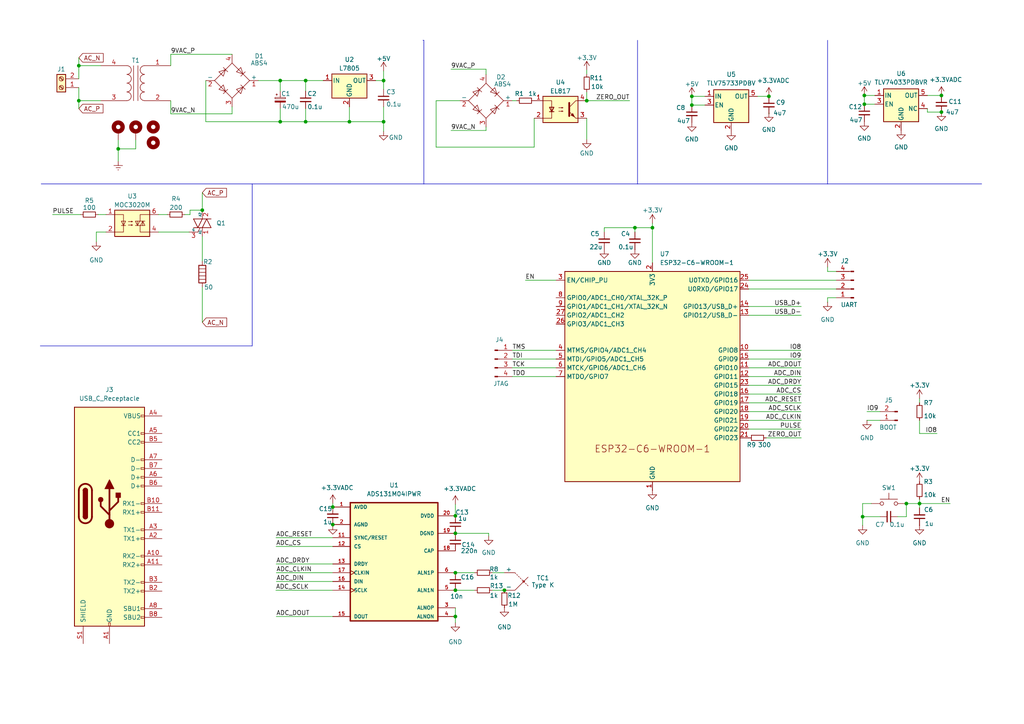
<source format=kicad_sch>
(kicad_sch (version 20250114) (generator "eeschema") (generator_version "9.0")
  (paper "A4")
  (lib_symbols
    (symbol "ADS131M04IPWR:ADS131M04IPWR" (pin_names (offset 1.016))
      (property "Reference" "U1" (at 0 39.37 0))
      (property "Value" "ADS131M04IPWR" (at 0 36.83 0))
      (symbol "ADS131M04IPWR_0_0"
        (pin power_in line (at -17.78 33.02 0) (length 5.08) (name "AVDD") (number "1"))
        (pin power_in line (at -17.78 27.94 0) (length 5.08) (name "AGND") (number "2"))
        (pin bidirectional line (at -17.78 24.13 0) (length 5.08) (name "SYNC/RESET") (number "11"))
        (pin bidirectional line (at -17.78 21.59 0) (length 5.08) (name "CS") (number "12"))
        (pin bidirectional line (at -17.78 16.51 0) (length 5.08) (name "DRDY") (number "13"))
        (pin input clock (at -17.78 13.97 0) (length 5.08) (name "CLKIN") (number "17"))
        (pin input line (at -17.78 11.43 0) (length 5.08) (name "DIN") (number "16"))
        (pin input clock (at -17.78 8.89 0) (length 5.08) (name "SCLK") (number "14"))
        (pin output line (at -17.78 1.27 0) (length 5.08) (name "DOUT") (number "15"))
        (pin power_in line (at 17.78 30.48 180) (length 5.08) (name "DVDD") (number "20"))
        (pin power_in line (at 17.78 25.4 180) (length 5.08) (name "DGND") (number "19"))
        (pin bidirectional line (at 17.78 20.32 180) (length 5.08) (name "CAP") (number "18"))
        (pin bidirectional line (at 17.78 13.97 180) (length 5.08) (name "ALN1P") (number "6"))
        (pin bidirectional line (at 17.78 8.89 180) (length 5.08) (name "ALN1N") (number "5"))
        (pin bidirectional line (at 17.78 3.81 180) (length 5.08) (name "ALNOP") (number "3"))
        (pin bidirectional line (at 17.78 1.27 180) (length 5.08) (name "ALNON") (number "4"))
      )
    )
    (symbol "Connector:Conn_01x02_Pin" (pin_names (offset 1.016) (hide yes))
      (property "Reference" "J" (at 0 2.54 0))
      (property "Value" "Conn_01x02_Pin" (at 0 -5.08 0))
      (symbol "Conn_01x02_Pin_1_1"
        (pin passive line (at 5.08 0 180) (length 3.81) (name "Pin_1") (number "1"))
        (pin passive line (at 5.08 -2.54 180) (length 3.81) (name "Pin_2") (number "2"))
      )
    )
    (symbol "Connector:Conn_01x04_Pin" (pin_names (offset 1.016) (hide yes))
      (property "Reference" "J" (at 0 5.08 0))
      (property "Value" "Conn_01x04_Pin" (at 0 -7.62 0))
      (symbol "Conn_01x04_Pin_1_1"
        (pin passive line (at 5.08 2.54 180) (length 3.81) (name "Pin_1") (number "1"))
        (pin passive line (at 5.08 0 180) (length 3.81) (name "Pin_2") (number "2"))
        (pin passive line (at 5.08 -2.54 180) (length 3.81) (name "Pin_3") (number "3"))
        (pin passive line (at 5.08 -5.08 180) (length 3.81) (name "Pin_4") (number "4"))
      )
    )
    (symbol "Connector:Screw_Terminal_01x02" (pin_names (offset 1.016) (hide yes))
      (property "Reference" "J" (at 0 2.54 0))
      (property "Value" "Screw_Terminal_01x02" (at 0 -5.08 0))
      (symbol "Screw_Terminal_01x02_1_1"
        (pin passive line (at -5.08 0 0) (length 3.81) (name "Pin_1") (number "1"))
        (pin passive line (at -5.08 -2.54 0) (length 3.81) (name "Pin_2") (number "2"))
      )
    )
    (symbol "Connector:USB_C_Receptacle" (pin_names (offset 1.016))
      (property "Reference" "J" (at -10.16 29.21 0))
      (property "Value" "USB_C_Receptacle" (at 10.16 29.21 0))
      (symbol "USB_C_Receptacle_1_1"
        (pin passive line (at -7.62 -40.64 90) (length 5.08) (name "SHIELD") (number "S1"))
        (pin passive line (at 0 -40.64 90) (length 5.08) (name "GND") (number "A1"))
        (pin passive line (at 0 -40.64 90) (length 5.08) (hide yes) (name "GND") (number "A12"))
        (pin passive line (at 0 -40.64 90) (length 5.08) (hide yes) (name "GND") (number "B1"))
        (pin passive line (at 0 -40.64 90) (length 5.08) (hide yes) (name "GND") (number "B12"))
        (pin passive line (at 15.24 25.4 180) (length 5.08) (name "VBUS") (number "A4"))
        (pin passive line (at 15.24 25.4 180) (length 5.08) (hide yes) (name "VBUS") (number "A9"))
        (pin passive line (at 15.24 25.4 180) (length 5.08) (hide yes) (name "VBUS") (number "B4"))
        (pin passive line (at 15.24 25.4 180) (length 5.08) (hide yes) (name "VBUS") (number "B9"))
        (pin bidirectional line (at 15.24 20.32 180) (length 5.08) (name "CC1") (number "A5"))
        (pin bidirectional line (at 15.24 17.78 180) (length 5.08) (name "CC2") (number "B5"))
        (pin bidirectional line (at 15.24 12.7 180) (length 5.08) (name "D-") (number "A7"))
        (pin bidirectional line (at 15.24 10.16 180) (length 5.08) (name "D-") (number "B7"))
        (pin bidirectional line (at 15.24 7.62 180) (length 5.08) (name "D+") (number "A6"))
        (pin bidirectional line (at 15.24 5.08 180) (length 5.08) (name "D+") (number "B6"))
        (pin bidirectional line (at 15.24 0 180) (length 5.08) (name "RX1-") (number "B10"))
        (pin bidirectional line (at 15.24 -2.54 180) (length 5.08) (name "RX1+") (number "B11"))
        (pin bidirectional line (at 15.24 -7.62 180) (length 5.08) (name "TX1-") (number "A3"))
        (pin bidirectional line (at 15.24 -10.16 180) (length 5.08) (name "TX1+") (number "A2"))
        (pin bidirectional line (at 15.24 -15.24 180) (length 5.08) (name "RX2-") (number "A10"))
        (pin bidirectional line (at 15.24 -17.78 180) (length 5.08) (name "RX2+") (number "A11"))
        (pin bidirectional line (at 15.24 -22.86 180) (length 5.08) (name "TX2-") (number "B3"))
        (pin bidirectional line (at 15.24 -25.4 180) (length 5.08) (name "TX2+") (number "B2"))
        (pin bidirectional line (at 15.24 -30.48 180) (length 5.08) (name "SBU1") (number "A8"))
        (pin bidirectional line (at 15.24 -33.02 180) (length 5.08) (name "SBU2") (number "B8"))
      )
    )
    (symbol "Device:C_Polarized_Small" (pin_numbers (hide yes)) (pin_names (offset 0.254) (hide yes))
      (property "Reference" "C" (at 0.254 1.778 0))
      (property "Value" "C_Polarized_Small" (at 0.254 -2.032 0))
      (symbol "C_Polarized_Small_1_1"
        (pin passive line (at 0 2.54 270) (length 1.8542) (name "~") (number "1"))
        (pin passive line (at 0 -2.54 90) (length 1.8542) (name "~") (number "2"))
      )
    )
    (symbol "Device:C_Small" (pin_numbers (hide yes)) (pin_names (offset 0.254) (hide yes))
      (property "Reference" "C" (at 0.254 1.778 0))
      (property "Value" "C_Small" (at 0.254 -2.032 0))
      (symbol "C_Small_1_1"
        (pin passive line (at 0 2.54 270) (length 2.032) (name "~") (number "1"))
        (pin passive line (at 0 -2.54 90) (length 2.032) (name "~") (number "2"))
      )
    )
    (symbol "Device:Heater" (pin_numbers (hide yes)) (pin_names (offset 0))
      (property "Reference" "R" (at 2.032 0 90))
      (property "Value" "Heater" (at -2.032 0 90))
      (symbol "Heater_1_1"
        (pin passive line (at 0 3.81 270) (length 1.27) (name "~") (number "1"))
        (pin passive line (at 0 -3.81 90) (length 1.27) (name "~") (number "2"))
      )
    )
    (symbol "Device:R_Small" (pin_numbers (hide yes)) (pin_names (offset 0.254) (hide yes))
      (property "Reference" "R" (at 0.762 0.508 0))
      (property "Value" "R_Small" (at 0.762 -1.016 0))
      (symbol "R_Small_1_1"
        (pin passive line (at 0 2.54 270) (length 0.762) (name "~") (number "1"))
        (pin passive line (at 0 -2.54 90) (length 0.762) (name "~") (number "2"))
      )
    )
    (symbol "Device:Thermocouple" (pin_numbers (hide yes)) (pin_names (offset 0))
      (property "Reference" "TC" (at -3.048 3.81 0))
      (property "Value" "Thermocouple" (at -5.08 -4.064 0))
      (symbol "Thermocouple_1_1"
        (pin passive line (at 2.54 2.54 180) (length 2.54) (name "+") (number "1"))
        (pin passive line (at 2.54 -2.54 180) (length 2.54) (name "-") (number "2"))
      )
    )
    (symbol "Device:Transformer_1P_1S" (pin_names (offset 1.016) (hide yes))
      (property "Reference" "T" (at 0 6.35 0))
      (property "Value" "Transformer_1P_1S" (at 0 -7.62 0))
      (symbol "Transformer_1P_1S_1_1"
        (pin passive line (at -10.16 5.08 0) (length 7.62) (name "AA") (number "1"))
        (pin passive line (at -10.16 -5.08 0) (length 7.62) (name "AB") (number "2"))
        (pin passive line (at 10.16 5.08 180) (length 7.62) (name "SB") (number "4"))
        (pin passive line (at 10.16 -5.08 180) (length 7.62) (name "SA") (number "3"))
      )
    )
    (symbol "Diode_Bridge:ABS4" (pin_names (offset 0))
      (property "Reference" "D" (at 2.54 6.985 0))
      (property "Value" "ABS4" (at 2.54 5.08 0))
      (symbol "ABS4_1_1"
        (pin passive line (at -7.62 0 0) (length 2.54) (name "-") (number "2"))
        (pin passive line (at 0 7.62 270) (length 2.54) (name "~") (number "4"))
        (pin passive line (at 0 -7.62 90) (length 2.54) (name "~") (number "3"))
        (pin passive line (at 7.62 0 180) (length 2.54) (name "+") (number "1"))
      )
    )
    (symbol "Espressif:ESP32-C6-WROOM-1"
      (property "Reference" "U" (at -25.4 35.56 0))
      (property "Value" "ESP32-C6-WROOM-1" (at -25.4 33.02 0))
      (symbol "ESP32-C6-WROOM-1_0_0"
        (text "ESP32-C6-WROOM-1" (at 0 -20.955 0) (effects (font (size 2 2))))
      )
      (symbol "ESP32-C6-WROOM-1_1_1"
        (pin input line (at -27.94 27.94 0) (length 2.54) (name "EN/CHIP_PU") (number "3"))
        (pin bidirectional line (at -27.94 22.86 0) (length 2.54) (name "GPIO0/ADC1_CH0/XTAL_32K_P") (number "8"))
        (pin bidirectional line (at -27.94 20.32 0) (length 2.54) (name "GPIO1/ADC1_CH1/XTAL_32K_N") (number "9"))
        (pin bidirectional line (at -27.94 17.78 0) (length 2.54) (name "GPIO2/ADC1_CH2") (number "27"))
        (pin bidirectional line (at -27.94 15.24 0) (length 2.54) (name "GPIO3/ADC1_CH3") (number "26"))
        (pin bidirectional line (at -27.94 7.62 0) (length 2.54) (name "MTMS/GPIO4/ADC1_CH4") (number "4"))
        (pin bidirectional line (at -27.94 5.08 0) (length 2.54) (name "MTDI/GPIO5/ADC1_CH5") (number "5"))
        (pin bidirectional line (at -27.94 2.54 0) (length 2.54) (name "MTCK/GPIO6/ADC1_CH6") (number "6"))
        (pin bidirectional line (at -27.94 0 0) (length 2.54) (name "MTDO/GPIO7") (number "7"))
        (pin no_connect line (at -25.4 -12.7 0) (length 2.54) (hide yes) (name "NC") (number "22"))
        (pin power_in line (at 0 33.02 270) (length 2.54) (name "3V3") (number "2"))
        (pin power_in line (at 0 -33.02 90) (length 2.54) (name "GND") (number "1"))
        (pin passive line (at 0 -33.02 90) (length 2.54) (hide yes) (name "GND") (number "28"))
        (pin passive line (at 0 -33.02 90) (length 2.54) (hide yes) (name "GND") (number "29"))
        (pin bidirectional line (at 27.94 27.94 180) (length 2.54) (name "U0TXD/GPIO16") (number "25"))
        (pin bidirectional line (at 27.94 25.4 180) (length 2.54) (name "U0RXD/GPIO17") (number "24"))
        (pin bidirectional line (at 27.94 20.32 180) (length 2.54) (name "GPIO13/USB_D+") (number "14"))
        (pin bidirectional line (at 27.94 17.78 180) (length 2.54) (name "GPIO12/USB_D-") (number "13"))
        (pin bidirectional line (at 27.94 7.62 180) (length 2.54) (name "GPIO8") (number "10"))
        (pin bidirectional line (at 27.94 5.08 180) (length 2.54) (name "GPIO9") (number "15"))
        (pin bidirectional line (at 27.94 2.54 180) (length 2.54) (name "GPIO10") (number "11"))
        (pin bidirectional line (at 27.94 0 180) (length 2.54) (name "GPIO11") (number "12"))
        (pin bidirectional line (at 27.94 -2.54 180) (length 2.54) (name "GPIO15") (number "23"))
        (pin bidirectional line (at 27.94 -5.08 180) (length 2.54) (name "GPIO18") (number "16"))
        (pin bidirectional line (at 27.94 -7.62 180) (length 2.54) (name "GPIO19") (number "17"))
        (pin bidirectional line (at 27.94 -10.16 180) (length 2.54) (name "GPIO20") (number "18"))
        (pin bidirectional line (at 27.94 -12.7 180) (length 2.54) (name "GPIO21") (number "19"))
        (pin bidirectional line (at 27.94 -15.24 180) (length 2.54) (name "GPIO22") (number "20"))
        (pin bidirectional line (at 27.94 -17.78 180) (length 2.54) (name "GPIO23") (number "21"))
      )
    )
    (symbol "GND_1" (power) (pin_numbers (hide yes)) (pin_names (offset 0) (hide yes))
      (property "Value" "GND" (at 0 -3.81 0))
      (symbol "GND_1_1_1"
        (pin power_in line (at 0 0 270) (length 0) (name "~") (number "1"))
      )
    )
    (symbol "GND_2" (power) (pin_numbers (hide yes)) (pin_names (offset 0) (hide yes))
      (property "Value" "GND" (at 0 -3.81 0))
      (symbol "GND_2_1_1"
        (pin power_in line (at 0 0 270) (length 0) (name "~") (number "1"))
      )
    )
    (symbol "Isolator:EL817" (pin_names (offset 1.016))
      (property "Reference" "U" (at -5.08 5.08 0))
      (property "Value" "EL817" (at 0 5.08 0))
      (symbol "EL817_1_1"
        (pin passive line (at -7.62 2.54 0) (length 2.54) (name "~") (number "1"))
        (pin passive line (at -7.62 -2.54 0) (length 2.54) (name "~") (number "2"))
        (pin passive line (at 7.62 2.54 180) (length 2.54) (name "~") (number "4"))
        (pin passive line (at 7.62 -2.54 180) (length 2.54) (name "~") (number "3"))
      )
    )
    (symbol "Mechanical:MountingHole" (pin_names (offset 1.016))
      (property "Reference" "H" (at 0 5.08 0))
      (property "Value" "MountingHole" (at 0 3.175 0))
    )
    (symbol "Mechanical:MountingHole_Pad" (pin_numbers (hide yes)) (pin_names (offset 1.016) (hide yes))
      (property "Reference" "H" (at 0 6.35 0))
      (property "Value" "MountingHole_Pad" (at 0 4.445 0))
      (symbol "MountingHole_Pad_1_1"
        (pin input line (at 0 -2.54 90) (length 2.54) (name "1") (number "1"))
      )
    )
    (symbol "Regulator_Linear:L7805" (pin_names (offset 0.254))
      (property "Reference" "U" (at -3.81 3.175 0))
      (property "Value" "L7805" (at 0 3.175 0))
      (symbol "L7805_1_1"
        (pin power_in line (at -7.62 0 0) (length 2.54) (name "IN") (number "1"))
        (pin power_in line (at 0 -7.62 90) (length 2.54) (name "GND") (number "2"))
        (pin power_out line (at 7.62 0 180) (length 2.54) (name "OUT") (number "3"))
      )
    )
    (symbol "Regulator_Linear:TLV75533PDBV" (pin_names (offset 0.254))
      (property "Reference" "U6" (at 0 8.89 0))
      (property "Value" "TLV74033PDBVR" (at 0 6.35 0))
      (symbol "TLV75533PDBV_1_1"
        (pin power_in line (at -7.62 2.54 0) (length 2.54) (name "IN") (number "1"))
        (pin input line (at -7.62 0 0) (length 2.54) (name "EN") (number "3"))
        (pin power_in line (at 0 -7.62 90) (length 2.54) (name "GND") (number "2"))
        (pin no_connect line (at 5.08 0 180) (length 2.54) (hide yes) (name "NC") (number "4"))
        (pin power_out line (at 7.62 2.54 180) (length 2.54) (name "OUT") (number "5"))
        (pin input line (at 7.62 -1.27 180) (length 2.54) (name "NC") (number "4"))
      )
    )
    (symbol "Regulator_Linear:TLV75733PDBV" (pin_names (offset 0.254))
      (property "Reference" "U" (at -3.81 5.715 0))
      (property "Value" "TLV75733PDBV" (at 0 5.715 0))
      (symbol "TLV75733PDBV_1_1"
        (pin power_in line (at -7.62 2.54 0) (length 2.54) (name "IN") (number "1"))
        (pin input line (at -7.62 0 0) (length 2.54) (name "EN") (number "3"))
        (pin power_in line (at 0 -7.62 90) (length 2.54) (name "GND") (number "2"))
        (pin no_connect line (at 5.08 0 180) (length 2.54) (hide yes) (name "NC") (number "4"))
        (pin power_out line (at 7.62 2.54 180) (length 2.54) (name "OUT") (number "5"))
      )
    )
    (symbol "Relay_SolidState:MOC3020M"
      (property "Reference" "U" (at -5.334 4.826 0))
      (property "Value" "MOC3020M" (at 0 5.08 0))
      (symbol "MOC3020M_1_1"
        (pin passive line (at -7.62 2.54 0) (length 2.54) (name "~") (number "1"))
        (pin passive line (at -7.62 -2.54 0) (length 2.54) (name "~") (number "2"))
        (pin no_connect line (at -5.08 0 0) (length 2.54) (hide yes) (name "NC") (number "3"))
        (pin no_connect line (at 5.08 0 180) (length 2.54) (hide yes) (name "NC") (number "5"))
        (pin passive line (at 7.62 2.54 180) (length 2.54) (name "~") (number "6"))
        (pin passive line (at 7.62 -2.54 180) (length 2.54) (name "~") (number "4"))
      )
    )
    (symbol "Switch:SW_Push" (pin_numbers (hide yes)) (pin_names (offset 1.016) (hide yes))
      (property "Reference" "SW" (at 1.27 2.54 0))
      (property "Value" "SW_Push" (at 0 -1.524 0))
      (symbol "SW_Push_0_1"
        (pin passive line (at -5.08 0 0) (length 2.54) (name "1") (number "1"))
        (pin passive line (at 5.08 0 180) (length 2.54) (name "2") (number "2"))
      )
    )
    (symbol "Triac_Thyristor:BTA16-600B" (pin_names (offset 0))
      (property "Reference" "Q" (at 5.08 1.905 0))
      (property "Value" "BTA16-600B" (at 5.08 0 0))
      (symbol "BTA16-600B_1_1"
        (pin input line (at -3.81 -2.54 0) (length 2.54) (name "G") (number "3"))
        (pin passive line (at 0 3.81 270) (length 2.54) (name "A2") (number "2"))
        (pin passive line (at 0 -3.81 90) (length 2.54) (name "A1") (number "1"))
      )
    )
    (symbol "power:+3.3V" (power) (pin_names (offset 0))
      (property "Value" "+3.3V" (at 0 3.556 0))
      (symbol "+3.3V_1_1"
        (pin power_in line (at 0 0 90) (length 0) (hide yes) (name "+3.3V") (number "1"))
      )
    )
    (symbol "power:+3.3VADC" (power) (pin_names (offset 0))
      (property "Value" "+3.3VADC" (at 0 2.54 0))
      (symbol "+3.3VADC_0_0"
        (pin power_in line (at 0 0 90) (length 0) (hide yes) (name "+3.3VADC") (number "1"))
      )
    )
    (symbol "power:+5V" (power) (pin_names (offset 0))
      (property "Value" "+5V" (at 0 3.556 0))
      (symbol "+5V_1_1"
        (pin power_in line (at 0 0 90) (length 0) (hide yes) (name "+5V") (number "1"))
      )
    )
    (symbol "power:Earth" (power) (pin_names (offset 0))
      (symbol "Earth_1_1"
        (pin power_in line (at 0 0 270) (length 0) (hide yes) (name "Earth") (number "1"))
      )
    )
    (symbol "power:GND" (power) (pin_names (offset 0))
      (property "Value" "GND" (at 0 -3.81 0))
      (symbol "GND_1_1"
        (pin power_in line (at 0 0 270) (length 0) (hide yes) (name "GND") (number "1"))
      )
    )
  )
  (junction (at 132.08 178.816))
  (junction (at 200.66 30.48))
  (junction (at 146.304 171.196))
  (junction (at 250.698 27.686))
  (junction (at 132.08 154.686))
  (junction (at 111.252 23.368))
  (junction (at 132.08 166.116))
  (junction (at 81.28 23.368))
  (junction (at 96.52 152.146))
  (junction (at 96.52 147.066))
  (junction (at 132.08 171.196))
  (junction (at 132.08 149.606))
  (junction (at 200.66 27.94))
  (junction (at 250.19 149.86))
  (junction (at 111.252 35.306))
  (junction (at 189.23 66.04))
  (junction (at 88.646 23.368))
  (junction (at 184.15 66.04))
  (junction (at 58.674 60.96))
  (junction (at 22.86 29.21))
  (junction (at 81.28 35.306))
  (junction (at 170.18 29.21))
  (junction (at 273.05 32.512))
  (junction (at 88.646 35.306))
  (junction (at 250.698 30.226))
  (junction (at 223.012 27.94))
  (junction (at 101.346 35.306))
  (junction (at 22.86 19.05))
  (junction (at 34.29 43.18))
  (junction (at 273.05 27.686))
  (junction (at 266.7 146.05))
  (junction (at 262.89 146.05))
  (wire (pts (xy 88.646 35.306) (xy 101.346 35.306)))
  (wire (pts (xy 132.08 171.196) (xy 137.668 171.196)))
  (wire (pts (xy 111.252 23.368) (xy 111.252 25.908)))
  (wire (pts (xy 88.646 26.416) (xy 88.646 23.368)))
  (wire (pts (xy 184.15 66.04) (xy 184.15 67.31)))
  (wire (pts (xy 132.08 166.116) (xy 137.668 166.116)))
  (wire (pts (xy 266.7 125.73) (xy 266.7 121.92)))
  (wire (pts (xy 74.93 23.368) (xy 81.28 23.368)))
  (wire (pts (xy 96.52 152.146) (xy 96.52 152.4)))
  (wire (pts (xy 148.59 104.14) (xy 161.29 104.14)))
  (wire (pts (xy 250.698 30.226) (xy 253.746 30.226)))
  (wire (pts (xy 189.23 76.2) (xy 189.23 66.04)))
  (wire (pts (xy 200.66 27.94) (xy 204.47 27.94)))
  (wire (pts (xy 55.118 60.96) (xy 58.674 60.96)))
  (wire (pts (xy 58.674 83.312) (xy 58.674 93.472)))
  (polyline (pts (xy 184.912 11.684) (xy 184.912 53.34)))
  (polyline (pts (xy 184.912 53.34) (xy 240.03 53.34)))
  (wire (pts (xy 200.66 30.48) (xy 204.47 30.48)))
  (wire (pts (xy 80.1184 178.816) (xy 96.52 178.816)))
  (wire (pts (xy 39.37 43.18) (xy 34.29 43.18)))
  (wire (pts (xy 27.94 67.31) (xy 30.734 67.31)))
  (wire (pts (xy 81.28 26.416) (xy 81.28 23.368)))
  (wire (pts (xy 273.05 27.686) (xy 268.986 27.686)))
  (wire (pts (xy 28.448 62.23) (xy 30.734 62.23)))
  (wire (pts (xy 232.41 124.46) (xy 217.17 124.46)))
  (wire (pts (xy 88.646 31.496) (xy 88.646 35.306)))
  (polyline (pts (xy 11.938 53.34) (xy 122.936 53.34)))
  (wire (pts (xy 252.73 146.05) (xy 250.19 146.05)))
  (wire (pts (xy 217.17 116.84) (xy 232.41 116.84)))
  (wire (pts (xy 142.748 166.116) (xy 146.304 166.116)))
  (wire (pts (xy 266.7 146.05) (xy 275.59 146.05)))
  (wire (pts (xy 81.412 171.1973) (xy 81.412 171.196)))
  (wire (pts (xy 80.0102 171.1973) (xy 81.412 171.1973)))
  (wire (pts (xy 170.18 34.29) (xy 170.18 40.386)))
  (wire (pts (xy 175.26 66.04) (xy 184.15 66.04)))
  (polyline (pts (xy 11.684 100.33) (xy 73.152 100.33)))
  (wire (pts (xy 22.86 29.21) (xy 29.21 29.21)))
  (wire (pts (xy 260.35 149.86) (xy 262.89 149.86)))
  (wire (pts (xy 200.66 27.94) (xy 200.66 30.48)))
  (wire (pts (xy 250.19 146.05) (xy 250.19 149.86)))
  (wire (pts (xy 217.17 83.82) (xy 242.57 83.82)))
  (wire (pts (xy 81.28 31.496) (xy 81.28 35.306)))
  (wire (pts (xy 251.46 121.92) (xy 255.27 121.92)))
  (wire (pts (xy 217.17 81.28) (xy 242.57 81.28)))
  (wire (pts (xy 81.412 171.196) (xy 96.52 171.196)))
  (wire (pts (xy 217.17 114.3) (xy 232.41 114.3)))
  (wire (pts (xy 15.24 62.23) (xy 23.368 62.23)))
  (wire (pts (xy 130.81 37.846) (xy 140.97 37.846)))
  (wire (pts (xy 148.59 101.6) (xy 161.29 101.6)))
  (wire (pts (xy 88.646 23.368) (xy 93.726 23.368)))
  (wire (pts (xy 250.19 152.4) (xy 250.19 149.86)))
  (wire (pts (xy 152.4 81.28) (xy 161.29 81.28)))
  (wire (pts (xy 132.08 146.304) (xy 132.08 149.606)))
  (wire (pts (xy 217.17 119.38) (xy 232.41 119.38)))
  (wire (pts (xy 217.17 101.6) (xy 232.41 101.6)))
  (wire (pts (xy 189.23 64.77) (xy 189.23 66.04)))
  (wire (pts (xy 45.974 67.31) (xy 54.864 67.31)))
  (wire (pts (xy 39.37 40.64) (xy 39.37 43.18)))
  (wire (pts (xy 170.18 20.32) (xy 170.18 21.59)))
  (wire (pts (xy 101.346 30.988) (xy 101.346 35.306)))
  (wire (pts (xy 49.53 29.21) (xy 49.53 33.02)))
  (wire (pts (xy 170.18 26.67) (xy 170.18 29.21)))
  (wire (pts (xy 217.17 111.76) (xy 232.41 111.76)))
  (wire (pts (xy 49.53 15.748) (xy 67.31 15.748)))
  (wire (pts (xy 240.03 87.63) (xy 240.03 86.36)))
  (wire (pts (xy 250.698 27.686) (xy 250.698 30.226)))
  (wire (pts (xy 142.748 171.196) (xy 146.304 171.196)))
  (wire (pts (xy 140.97 20.066) (xy 140.97 21.59)))
  (wire (pts (xy 148.59 106.68) (xy 161.29 106.68)))
  (polyline (pts (xy 73.152 100.33) (xy 73.152 53.34)))
  (wire (pts (xy 266.7 116.84) (xy 266.7 115.57)))
  (wire (pts (xy 273.05 32.512) (xy 273.05 32.766)))
  (wire (pts (xy 58.674 68.58) (xy 58.674 75.692)))
  (polyline (pts (xy 240.03 53.34) (xy 284.734 53.34)))
  (wire (pts (xy 111.252 20.574) (xy 111.252 23.368)))
  (polyline (pts (xy 240.03 11.684) (xy 240.03 53.34)))
  (wire (pts (xy 126.492 29.21) (xy 126.492 42.672)))
  (wire (pts (xy 88.646 23.368) (xy 81.28 23.368)))
  (wire (pts (xy 48.514 62.23) (xy 45.974 62.23)))
  (wire (pts (xy 59.69 23.368) (xy 59.69 35.306)))
  (wire (pts (xy 268.986 32.512) (xy 273.05 32.512)))
  (wire (pts (xy 58.674 55.88) (xy 58.674 60.96)))
  (wire (pts (xy 59.69 35.306) (xy 81.28 35.306)))
  (wire (pts (xy 22.86 31.496) (xy 22.86 29.21)))
  (wire (pts (xy 141.732 155.448) (xy 141.732 154.686)))
  (wire (pts (xy 80.0943 163.576) (xy 96.52 163.576)))
  (wire (pts (xy 148.59 29.21) (xy 149.86 29.21)))
  (wire (pts (xy 240.03 77.47) (xy 240.03 78.74)))
  (wire (pts (xy 126.492 42.672) (xy 154.94 42.672)))
  (wire (pts (xy 80.1468 168.656) (xy 96.52 168.656)))
  (wire (pts (xy 266.7 146.05) (xy 266.7 147.32)))
  (wire (pts (xy 266.7 144.78) (xy 266.7 146.05)))
  (wire (pts (xy 148.59 109.22) (xy 161.29 109.22)))
  (wire (pts (xy 34.29 40.64) (xy 34.29 43.18)))
  (wire (pts (xy 111.252 30.988) (xy 111.252 35.306)))
  (wire (pts (xy 133.35 29.21) (xy 126.492 29.21)))
  (wire (pts (xy 141.732 154.686) (xy 132.08 154.686)))
  (polyline (pts (xy 122.936 53.34) (xy 184.912 53.34)))
  (wire (pts (xy 217.17 106.68) (xy 232.41 106.68)))
  (wire (pts (xy 240.03 86.36) (xy 242.57 86.36)))
  (wire (pts (xy 217.17 121.92) (xy 232.41 121.92)))
  (wire (pts (xy 111.252 35.306) (xy 111.252 38.1)))
  (wire (pts (xy 217.17 88.9) (xy 232.41 88.9)))
  (wire (pts (xy 22.86 19.05) (xy 29.21 19.05)))
  (wire (pts (xy 271.78 125.73) (xy 266.7 125.73)))
  (wire (pts (xy 53.594 62.23) (xy 55.118 62.23)))
  (wire (pts (xy 22.86 19.05) (xy 22.86 16.764)))
  (wire (pts (xy 80.0504 155.956) (xy 96.52 155.956)))
  (wire (pts (xy 222.25 127) (xy 232.41 127)))
  (wire (pts (xy 34.29 43.18) (xy 34.29 46.736)))
  (wire (pts (xy 22.86 25.4) (xy 22.86 29.21)))
  (wire (pts (xy 132.08 180.594) (xy 132.08 178.816)))
  (wire (pts (xy 262.89 146.05) (xy 266.7 146.05)))
  (wire (pts (xy 217.17 104.14) (xy 232.41 104.14)))
  (wire (pts (xy 27.94 70.104) (xy 27.94 67.31)))
  (polyline (pts (xy 122.682 11.684) (xy 122.936 11.684)))
  (wire (pts (xy 262.89 149.86) (xy 262.89 146.05)))
  (wire (pts (xy 189.23 66.04) (xy 184.15 66.04)))
  (wire (pts (xy 96.52 146.05) (xy 96.52 147.066)))
  (wire (pts (xy 55.118 62.23) (xy 55.118 60.96)))
  (wire (pts (xy 240.03 78.74) (xy 242.57 78.74)))
  (wire (pts (xy 67.31 30.988) (xy 67.31 33.02)))
  (wire (pts (xy 223.012 32.766) (xy 223.012 33.02)))
  (wire (pts (xy 130.81 20.066) (xy 140.97 20.066)))
  (wire (pts (xy 81.28 35.306) (xy 88.646 35.306)))
  (wire (pts (xy 132.08 176.276) (xy 132.08 178.816)))
  (wire (pts (xy 217.17 91.44) (xy 232.41 91.44)))
  (wire (pts (xy 175.26 67.31) (xy 175.26 66.04)))
  (wire (pts (xy 80.0721 158.496) (xy 96.52 158.496)))
  (wire (pts (xy 140.97 37.846) (xy 140.97 36.83)))
  (wire (pts (xy 170.18 29.21) (xy 182.626 29.21)))
  (wire (pts (xy 22.86 19.05) (xy 22.86 22.86)))
  (wire (pts (xy 108.966 23.368) (xy 111.252 23.368)))
  (wire (pts (xy 80.142 166.116) (xy 96.52 166.116)))
  (wire (pts (xy 250.19 149.86) (xy 255.27 149.86)))
  (wire (pts (xy 219.71 27.94) (xy 223.012 27.94)))
  (wire (pts (xy 49.53 33.02) (xy 67.31 33.02)))
  (wire (pts (xy 250.698 27.686) (xy 253.746 27.686)))
  (wire (pts (xy 111.252 35.306) (xy 101.346 35.306)))
  (wire (pts (xy 268.986 31.496) (xy 268.986 32.512)))
  (wire (pts (xy 49.53 15.748) (xy 49.53 19.05)))
  (wire (pts (xy 251.46 119.38) (xy 255.27 119.38)))
  (polyline (pts (xy 122.936 53.34) (xy 122.936 11.684)))
  (wire (pts (xy 217.17 109.22) (xy 232.41 109.22)))
  (wire (pts (xy 154.94 42.672) (xy 154.94 34.29)))
  (label "IO9" (at 232.41 104.14 180))
  (label "ZERO_OUT" (at 232.41 127 180))
  (label "IO8" (at 232.41 101.6 180))
  (label "9VAC_P" (at 130.81 20.066 0))
  (label "ADC_CS" (at 80.0721 158.496 0))
  (label "ZERO_OUT" (at 182.626 29.21 180))
  (label "TMS" (at 148.59 101.6 0))
  (label "IO8" (at 271.78 125.73 180))
  (label "ADC_CLKIN" (at 232.41 121.92 180))
  (label "IO9" (at 251.46 119.38 0))
  (label "9VAC_N" (at 130.81 37.846 0))
  (label "ADC_DOUT" (at 232.41 106.68 180))
  (label "USB_D-" (at 232.41 91.44 180))
  (label "TDI" (at 148.59 104.14 0))
  (label "9VAC_P" (at 49.53 15.748 0))
  (label "USB_D+" (at 232.41 88.9 180))
  (label "ADC_SCLK" (at 232.41 119.38 180))
  (label "ADC_RESET" (at 80.0504 155.956 0))
  (label "9VAC_N" (at 49.53 33.02 0))
  (label "ADC_DOUT" (at 80.1184 178.816 0))
  (label "ADC_DRDY" (at 80.0943 163.576 0))
  (label "ADC_DIN" (at 232.41 109.22 180))
  (label "ADC_RESET" (at 232.41 116.84 180))
  (label "ADC_SCLK" (at 80.0102 171.1973 0))
  (label "PULSE" (at 15.24 62.23 0))
  (label "ADC_CLKIN" (at 80.142 166.116 0))
  (label "TCK" (at 148.59 106.68 0))
  (label "ADC_DRDY" (at 232.41 111.76 180))
  (label "PULSE" (at 232.41 124.46 180))
  (label "EN" (at 275.59 146.05 180))
  (label "TDO" (at 148.59 109.22 0))
  (label "ADC_DIN" (at 80.1468 168.656 0))
  (label "ADC_CS" (at 232.41 114.3 180))
  (label "EN" (at 152.4 81.28 0))
  (global_label "AC_N" (shape input) (at 58.674 93.472 0) (property "Intersheetrefs" "${INTERSHEET_REFS}" (effects (hide yes))))
  (global_label "AC_P" (shape input) (at 22.86 31.496 0) (property "Intersheetrefs" "${INTERSHEET_REFS}" (effects (hide yes))))
  (global_label "AC_P" (shape input) (at 58.674 55.88 0) (property "Intersheetrefs" "${INTERSHEET_REFS}" (effects (hide yes))))
  (global_label "AC_N" (shape input) (at 22.86 16.764 0) (property "Intersheetrefs" "${INTERSHEET_REFS}" (effects (hide yes))))
  (symbol (lib_id "Mechanical:MountingHole_Pad") (at 39.37 38.1 0) (unit 1)
    (property "Reference" "H2" (effects (hide yes)))
    (property "Value" "MountingHole_Pad" (effects (hide yes)))
    (property "Footprint" "MountingHole:MountingHole_3.2mm_M3_DIN965_Pad" (effects (hide yes)))
  )
  (symbol (lib_id "Diode_Bridge:ABS4") (at 140.97 29.21 0) (unit 1)
    (property "Reference" "D2" (at 145.288 22.352 0))
    (property "Value" "ABS4" (at 145.796 24.384 0))
    (property "Footprint" "Diode_SMD:Diode_Bridge_Diotec_ABS" (effects (hide yes)))
    (property "Datasheet" "https://diotec.com/tl_files/diotec/files/pdf/datasheets/abs2.pdf" (effects (hide yes)))
  )
  (symbol (lib_id "power:+3.3VADC") (at 273.05 27.686 0) (unit 1)
    (property "Reference" "#PWR032" (effects (hide yes)))
    (property "Value" "+3.3VADC" (at 274.32 23.114 0))
  )
  (symbol (lib_id "power:+3.3VADC") (at 96.52 146.05 0) (unit 1)
    (property "Reference" "#PWR038" (effects (hide yes)))
    (property "Value" "+3.3VADC" (at 97.79 141.478 0))
  )
  (symbol (lib_name "GND_2") (lib_id "power:GND") (at 251.46 121.92 0) (unit 1)
    (property "Reference" "#PWR017" (effects (hide yes)))
    (property "Value" "GND" (at 251.46 127 0))
    (property "Description" "Power symbol creates a global label with name \"GND\" , ground" (effects (hide yes)))
  )
  (symbol (lib_id "power:GND") (at 261.366 37.846 0) (unit 1)
    (property "Reference" "#PWR030" (effects (hide yes)))
    (property "Value" "GND" (at 261.366 42.672 0))
  )
  (symbol (lib_id "Mechanical:MountingHole_Pad") (at 34.29 38.1 0) (unit 1)
    (property "Reference" "H1" (effects (hide yes)))
    (property "Value" "MountingHole_Pad" (effects (hide yes)))
    (property "Footprint" "MountingHole:MountingHole_3.2mm_M3_DIN965_Pad" (effects (hide yes)))
  )
  (symbol (lib_id "power:GND") (at 200.66 35.56 0) (unit 1)
    (property "Reference" "#PWR018" (effects (hide yes)))
    (property "Value" "GND" (at 200.66 40.386 0))
  )
  (symbol (lib_name "GND_2") (lib_id "power:GND") (at 250.19 152.4 0) (unit 1)
    (property "Reference" "#PWR015" (effects (hide yes)))
    (property "Value" "GND" (at 250.19 157.48 0))
    (property "Description" "Power symbol creates a global label with name \"GND\" , ground" (effects (hide yes)))
  )
  (symbol (lib_id "power:GND") (at 141.732 155.448 0) (unit 1)
    (property "Reference" "#PWR036" (effects (hide yes)))
    (property "Value" "GND" (at 141.732 160.274 0))
  )
  (symbol (lib_id "power:GND") (at 132.08 180.594 0) (unit 1)
    (property "Reference" "#PWR040" (effects (hide yes)))
    (property "Value" "GND" (at 132.08 186.182 0))
  )
  (symbol (lib_id "Device:C_Small") (at 223.012 30.48 0) (unit 1)
    (property "Reference" "C9" (at 225.044 29.718 0) (effects (justify left)))
    (property "Value" "4u7" (at 224.282 32.766 0) (effects (justify left)))
    (property "Footprint" "Capacitor_SMD:C_0603_1608Metric_Pad1.08x0.95mm_HandSolder" (effects (hide yes)))
  )
  (symbol (lib_id "Device:C_Small") (at 184.15 69.85 180) (unit 1)
    (property "Reference" "C4" (at 180.086 67.818 0) (effects (justify right)))
    (property "Value" "0.1u" (at 179.324 71.628 0) (effects (justify right)))
    (property "Footprint" "Capacitor_SMD:C_0603_1608Metric_Pad1.08x0.95mm_HandSolder" (effects (hide yes)))
  )
  (symbol (lib_id "Diode_Bridge:ABS4") (at 67.31 23.368 0) (unit 1)
    (property "Reference" "D1" (at 75.184 16.256 0))
    (property "Value" "ABS4" (at 75.184 18.288 0))
    (property "Footprint" "Diode_SMD:Diode_Bridge_Diotec_ABS" (effects (hide yes)))
    (property "Datasheet" "https://diotec.com/tl_files/diotec/files/pdf/datasheets/abs2.pdf" (effects (hide yes)))
  )
  (symbol (lib_id "power:GND") (at 146.304 176.276 0) (unit 1)
    (property "Reference" "#PWR026" (effects (hide yes)))
    (property "Value" "GND" (at 146.304 181.864 0))
  )
  (symbol (lib_id "power:+3.3V") (at 189.23 64.77 0) (unit 1)
    (property "Reference" "#PWR09" (effects (hide yes)))
    (property "Value" "+3.3V" (at 189.23 60.96 0))
  )
  (symbol (lib_id "Mechanical:MountingHole") (at 44.45 41.402 0) (unit 1)
    (property "Reference" "H4" (effects (hide yes)))
    (property "Value" "MountingHole" (effects (hide yes)))
    (property "Footprint" "MountingHole:MountingHole_3.2mm_M3_DIN965_Pad" (effects (hide yes)))
  )
  (symbol (lib_id "Device:R_Small") (at 266.7 142.24 180) (unit 1)
    (property "Reference" "R3" (at 269.24 139.7 0))
    (property "Value" "10k" (at 269.748 143.51 0))
    (property "Footprint" "Resistor_SMD:R_0805_2012Metric_Pad1.20x1.40mm_HandSolder" (effects (hide yes)))
  )
  (symbol (lib_id "power:GND") (at 27.94 70.104 0) (unit 1)
    (property "Reference" "#PWR08" (effects (hide yes)))
    (property "Value" "GND" (at 27.94 75.438 0))
  )
  (symbol (lib_id "Device:C_Small") (at 257.81 149.86 270) (unit 1)
    (property "Reference" "C7" (at 256.54 152.146 90) (effects (justify right)))
    (property "Value" "0.1u" (at 262.382 152.146 90) (effects (justify right)))
    (property "Footprint" "Capacitor_SMD:C_0603_1608Metric_Pad1.08x0.95mm_HandSolder" (effects (hide yes)))
  )
  (symbol (lib_id "Connector:USB_C_Receptacle") (at 31.75 146.05 0) (unit 1)
    (property "Reference" "J3" (at 31.75 113.03 0))
    (property "Value" "USB_C_Receptacle" (at 31.75 115.57 0))
    (property "Datasheet" "https://www.usb.org/sites/default/files/documents/usb_type-c.zip" (effects (hide yes)))
    (property "Description" "USB Full-Featured Type-C Receptacle connector" (effects (hide yes)))
  )
  (symbol (lib_id "Connector:Conn_01x02_Pin") (at 260.35 121.92 180) (unit 1)
    (property "Reference" "J5" (at 256.54 116.078 0) (effects (justify right)))
    (property "Value" "BOOT" (at 255.016 123.952 0) (effects (justify right)))
    (property "Description" "Generic connector, single row, 01x02, script generated" (effects (hide yes)))
  )
  (symbol (lib_id "Device:C_Polarized_Small") (at 81.28 28.956 0) (unit 1)
    (property "Reference" "C1" (at 81.534 27.178 0) (effects (justify left)))
    (property "Value" "470u" (at 81.788 30.988 0) (effects (justify left)))
    (property "Footprint" "Capacitor_THT:CP_Radial_D6.3mm_P2.50mm" (effects (hide yes)))
  )
  (symbol (lib_id "Device:R_Small") (at 266.7 119.38 180) (unit 1)
    (property "Reference" "R7" (at 269.24 116.84 0))
    (property "Value" "10k" (at 269.748 120.65 0))
    (property "Footprint" "Resistor_SMD:R_0805_2012Metric_Pad1.20x1.40mm_HandSolder" (effects (hide yes)))
  )
  (symbol (lib_id "Device:C_Small") (at 96.52 149.606 180) (unit 1)
    (property "Reference" "C15" (at 92.456 147.574 0) (effects (justify right)))
    (property "Value" "1u" (at 93.726 151.384 0) (effects (justify right)))
    (property "Footprint" "Capacitor_SMD:C_0603_1608Metric_Pad1.08x0.95mm_HandSolder" (effects (hide yes)))
  )
  (symbol (lib_id "power:+3.3VADC") (at 223.012 27.94 0) (unit 1)
    (property "Reference" "#PWR020" (effects (hide yes)))
    (property "Value" "+3.3VADC" (at 224.282 23.368 0))
  )
  (symbol (lib_id "Device:Thermocouple") (at 148.844 168.656 0) (mirror y) (unit 1)
    (property "Reference" "TC1" (at 157.48 167.64 0))
    (property "Value" "Type K" (at 157.48 169.672 0))
    (property "Footprint" "TerminalBlock_MetzConnect:TerminalBlock_MetzConnect_Type011_RT05502HBWC_1x02_P5.00mm_Horizontal" (effects (hide yes)))
  )
  (symbol (lib_id "power:GND") (at 170.18 40.386 0) (unit 1)
    (property "Reference" "#PWR03" (effects (hide yes)))
    (property "Value" "GND" (at 170.18 44.45 0))
  )
  (symbol (lib_id "Espressif:ESP32-C6-WROOM-1") (at 189.23 109.22 0) (unit 1)
    (property "Reference" "U7" (at 191.3733 73.66 0) (effects (justify left)))
    (property "Value" "ESP32-C6-WROOM-1" (at 191.3733 76.2 0) (effects (justify left)))
    (property "Footprint" "PCM_Espressif:ESP32-C6-WROOM-1" (effects (hide yes)))
    (property "Datasheet" "https://www.espressif.com/sites/default/files/documentation/esp32-c6-wroom-1_wroom-1u_datasheet_en.pdf" (effects (hide yes)))
    (property "Description" "ESP32-C6-WROOM-1/U is a module that supports 2.4 GHz Wi-Fi 6 (802.11 ax), Bluetooth® 5 (LE), Zigbee and Thread (802.15.4)" (effects (hide yes)))
  )
  (symbol (lib_id "power:+3.3V") (at 266.7 139.7 0) (unit 1)
    (property "Reference" "#PWR013" (effects (hide yes)))
    (property "Value" "+3.3V" (at 266.7 135.89 0))
  )
  (symbol (lib_name "GND_1") (lib_id "power:GND") (at 240.03 87.63 0) (unit 1)
    (property "Reference" "#PWR012" (effects (hide yes)))
    (property "Value" "GND" (at 240.03 92.71 0))
    (property "Description" "Power symbol creates a global label with name \"GND\" , ground" (effects (hide yes)))
  )
  (symbol (lib_id "power:+5V") (at 250.698 27.686 0) (unit 1)
    (property "Reference" "#PWR035" (effects (hide yes)))
    (property "Value" "+5V" (at 250.698 24.13 0))
  )
  (symbol (lib_id "Connector:Conn_01x04_Pin") (at 247.65 83.82 180) (unit 1)
    (property "Reference" "J2" (at 243.84 75.692 0) (effects (justify right)))
    (property "Value" "UART" (at 243.84 88.392 0) (effects (justify right)))
    (property "Description" "Generic connector, single row, 01x04, script generated" (effects (hide yes)))
  )
  (symbol (lib_id "Device:C_Small") (at 132.08 152.146 180) (unit 1)
    (property "Reference" "C13" (at 132.08 148.59 0) (effects (justify right)))
    (property "Value" "1u" (at 132.842 150.368 0) (effects (justify right)))
    (property "Footprint" "Capacitor_SMD:C_0603_1608Metric_Pad1.08x0.95mm_HandSolder" (effects (hide yes)))
  )
  (symbol (lib_name "GND_1") (lib_id "power:GND") (at 175.26 72.39 0) (unit 1)
    (property "Reference" "#PWR04" (effects (hide yes)))
    (property "Value" "GND" (at 175.26 76.2 0))
    (property "Description" "Power symbol creates a global label with name \"GND\" , ground" (effects (hide yes)))
  )
  (symbol (lib_id "power:GND") (at 250.698 35.306 0) (unit 1)
    (property "Reference" "#PWR034" (effects (hide yes)))
    (property "Value" "GND" (at 250.698 40.132 0))
  )
  (symbol (lib_name "GND_1") (lib_id "power:GND") (at 189.23 142.24 0) (unit 1)
    (property "Reference" "#PWR02" (effects (hide yes)))
    (property "Value" "GND" (at 189.23 147.32 0))
    (property "Description" "Power symbol creates a global label with name \"GND\" , ground" (effects (hide yes)))
  )
  (symbol (lib_id "power:GND") (at 273.05 32.512 0) (unit 1)
    (property "Reference" "#PWR033" (effects (hide yes)))
    (property "Value" "GND" (at 273.05 37.338 0))
  )
  (symbol (lib_id "Device:R_Small") (at 140.208 171.196 90) (unit 1)
    (property "Reference" "R13" (at 144.018 169.926 90))
    (property "Value" "1k" (at 143.256 172.72 90))
    (property "Footprint" "Resistor_SMD:R_0805_2012Metric_Pad1.20x1.40mm_HandSolder" (effects (hide yes)))
  )
  (symbol (lib_id "Device:R_Small") (at 152.4 29.21 270) (unit 1)
    (property "Reference" "R1" (at 150.622 27.178 90))
    (property "Value" "1k" (at 154.432 27.178 90))
    (property "Footprint" "Resistor_SMD:R_0805_2012Metric_Pad1.20x1.40mm_HandSolder" (effects (hide yes)))
  )
  (symbol (lib_id "power:+3.3V") (at 240.03 77.47 0) (unit 1)
    (property "Reference" "#PWR011" (effects (hide yes)))
    (property "Value" "+3.3V" (at 240.03 73.66 0))
  )
  (symbol (lib_id "Device:C_Small") (at 132.08 168.656 0) (unit 1)
    (property "Reference" "C16" (at 133.604 167.386 0) (effects (justify left)))
    (property "Value" "10n" (at 130.556 172.974 0) (effects (justify left)))
    (property "Footprint" "Capacitor_SMD:C_0603_1608Metric_Pad1.08x0.95mm_HandSolder" (effects (hide yes)))
  )
  (symbol (lib_id "Mechanical:MountingHole") (at 44.45 36.83 0) (unit 1)
    (property "Reference" "H3" (effects (hide yes)))
    (property "Value" "MountingHole" (effects (hide yes)))
    (property "Footprint" "MountingHole:MountingHole_3.2mm_M3_DIN965_Pad" (effects (hide yes)))
  )
  (symbol (lib_id "Device:C_Small") (at 273.05 30.226 0) (unit 1)
    (property "Reference" "C11" (at 275.082 29.464 0) (effects (justify left)))
    (property "Value" "4u7" (at 274.32 32.512 0) (effects (justify left)))
    (property "Footprint" "Capacitor_SMD:C_0603_1608Metric_Pad1.08x0.95mm_HandSolder" (effects (hide yes)))
  )
  (symbol (lib_id "ADS131M04IPWR:ADS131M04IPWR") (at 114.3 180.086 0) (unit 1)
    (property "Reference" "U1" (at 114.3 140.716 0))
    (property "Value" "ADS131M04IPWR" (at 114.3 143.256 0))
    (property "Footprint" "ads131m04:SOP65P640X120-20N" (effects (hide yes)))
    (property "Description" "\nFour-channel, 24-bit, 64-kSPS, simultaneous-sampling, delta-sigma ADC\n" (effects (hide yes)))
    (property "MF" "Texas Instruments" (effects (hide yes)))
    (property "Package" "TSSOP-20 Texas Instruments" (effects (hide yes)))
    (property "Price" "None" (effects (hide yes)))
    (property "SnapEDA_Link" "https://www.snapeda.com/parts/ADS131M04IPWR/Texas+Instruments/view-part/?ref=snap" (effects (hide yes)))
    (property "MP" "ADS131M04IPWR" (effects (hide yes)))
    (property "Purchase-URL" "https://www.snapeda.com/api/url_track_click_mouser/?unipart_id=4593278&manufacturer=Texas Instruments&part_name=ADS131M04IPWR&search_term=None" (effects (hide yes)))
    (property "Availability" "In Stock" (effects (hide yes)))
    (property "Check_prices" "https://www.snapeda.com/parts/ADS131M04IPWR/Texas+Instruments/view-part/?ref=eda" (effects (hide yes)))
  )
  (symbol (lib_id "power:+5V") (at 200.66 27.94 0) (unit 1)
    (property "Reference" "#PWR010" (effects (hide yes)))
    (property "Value" "+5V" (at 200.66 24.384 0))
  )
  (symbol (lib_id "Device:R_Small") (at 140.208 166.116 90) (unit 1)
    (property "Reference" "R8" (at 143.256 165.1 90))
    (property "Value" "1k" (at 143.256 167.386 90))
    (property "Footprint" "Resistor_SMD:R_0805_2012Metric_Pad1.20x1.40mm_HandSolder" (effects (hide yes)))
  )
  (symbol (lib_id "Regulator_Linear:L7805") (at 101.346 23.368 0) (unit 1)
    (property "Reference" "U2" (at 101.346 17.272 0))
    (property "Value" "L7805" (at 101.346 19.812 0))
    (property "Footprint" "Package_TO_SOT_THT:TO-220-3_Horizontal_TabDown" (effects (hide yes)))
    (property "Datasheet" "http://www.st.com/content/ccc/resource/technical/document/datasheet/41/4f/b3/b0/12/d4/47/88/CD00000444.pdf/files/CD00000444.pdf/jcr:content/translations/en.CD00000444.pdf" (effects (hide yes)))
  )
  (symbol (lib_id "Switch:SW_Push") (at 257.81 146.05 0) (unit 1)
    (property "Reference" "SW1" (at 257.81 141.478 0))
    (property "Value" "SW_Push" (effects (hide yes)))
    (property "Description" "Push button switch, generic, two pins" (effects (hide yes)))
  )
  (symbol (lib_id "power:GND") (at 212.09 38.1 0) (unit 1)
    (property "Reference" "#PWR019" (effects (hide yes)))
    (property "Value" "GND" (at 212.09 42.926 0))
  )
  (symbol (lib_id "power:+3.3V") (at 170.18 20.32 0) (unit 1)
    (property "Reference" "#PWR01" (effects (hide yes)))
    (property "Value" "+3.3V" (at 170.18 16.764 0))
  )
  (symbol (lib_id "Triac_Thyristor:BTA16-600B") (at 58.674 64.77 0) (unit 1)
    (property "Reference" "Q1" (at 62.738 64.7192 0) (effects (justify left)))
    (property "Value" "BTA16-600B" (effects (hide yes)))
    (property "Footprint" "Package_TO_SOT_THT:TO-220-3_Horizontal_TabDown" (effects (hide yes)))
    (property "Datasheet" "https://www.st.com/resource/en/datasheet/bta16.pdf" (effects (hide yes)))
  )
  (symbol (lib_id "power:+3.3V") (at 266.7 115.57 0) (unit 1)
    (property "Reference" "#PWR016" (effects (hide yes)))
    (property "Value" "+3.3V" (at 266.7 111.76 0))
  )
  (symbol (lib_id "Device:C_Small") (at 111.252 28.448 0) (unit 1)
    (property "Reference" "C3" (at 112.014 26.67 0) (effects (justify left)))
    (property "Value" "0.1u" (at 112.014 30.226 0) (effects (justify left)))
    (property "Footprint" "Capacitor_SMD:C_0603_1608Metric_Pad1.08x0.95mm_HandSolder" (effects (hide yes)))
  )
  (symbol (lib_id "power:+5V") (at 111.252 20.574 0) (unit 1)
    (property "Reference" "#PWR07" (effects (hide yes)))
    (property "Value" "+5V" (at 111.252 17.018 0))
  )
  (symbol (lib_id "power:+3.3VADC") (at 132.08 146.304 0) (unit 1)
    (property "Reference" "#PWR037" (effects (hide yes)))
    (property "Value" "+3.3VADC" (at 133.35 141.732 0))
  )
  (symbol (lib_name "GND_2") (lib_id "power:GND") (at 266.7 152.4 0) (unit 1)
    (property "Reference" "#PWR014" (effects (hide yes)))
    (property "Value" "GND" (at 266.7 157.48 0))
    (property "Description" "Power symbol creates a global label with name \"GND\" , ground" (effects (hide yes)))
  )
  (symbol (lib_id "Device:Heater") (at 58.674 79.502 0) (unit 1)
    (property "Reference" "R2" (at 58.928 75.946 0) (effects (justify left)))
    (property "Value" "50" (at 59.182 83.312 0) (effects (justify left)))
    (property "Footprint" "TerminalBlock_Phoenix:TerminalBlock_Phoenix_MKDS-1,5-2_1x02_P5.00mm_Horizontal" (effects (hide yes)))
  )
  (symbol (lib_id "Regulator_Linear:TLV75733PDBV") (at 212.09 30.48 0) (unit 1)
    (property "Reference" "U5" (at 212.09 21.59 0))
    (property "Value" "TLV75733PDBV" (at 212.09 24.13 0))
    (property "Footprint" "Package_TO_SOT_SMD:SOT-23-5" (effects (hide yes)))
    (property "Datasheet" "https://www.ti.com/lit/ds/symlink/tlv757p.pdf" (effects (hide yes)))
    (property "Description" "1A Low IQ Small Size Low Dropout Voltage Regulator, Fixed Output 3.3V, SOT-23-5" (effects (hide yes)))
  )
  (symbol (lib_id "Device:C_Small") (at 200.66 33.02 0) (unit 1)
    (property "Reference" "C8" (at 196.088 31.242 0) (effects (justify left)))
    (property "Value" "4u7" (at 196.342 35.052 0) (effects (justify left)))
    (property "Footprint" "Capacitor_SMD:C_0603_1608Metric_Pad1.08x0.95mm_HandSolder" (effects (hide yes)))
  )
  (symbol (lib_id "Connector:Conn_01x04_Pin") (at 143.51 104.14 0) (unit 1)
    (property "Reference" "J4" (at 146.05 98.552 0) (effects (justify right)))
    (property "Value" "JTAG" (at 147.574 111.252 0) (effects (justify right)))
    (property "Description" "Generic connector, single row, 01x04, script generated" (effects (hide yes)))
  )
  (symbol (lib_id "Device:R_Small") (at 25.908 62.23 90) (unit 1)
    (property "Reference" "R5" (at 25.908 58.166 90))
    (property "Value" "100" (at 25.908 60.198 90))
    (property "Footprint" "Resistor_SMD:R_0805_2012Metric_Pad1.20x1.40mm_HandSolder" (effects (hide yes)))
  )
  (symbol (lib_id "Device:R_Small") (at 51.054 62.23 90) (unit 1)
    (property "Reference" "R4" (at 51.054 57.658 90))
    (property "Value" "200" (at 51.054 60.198 90))
    (property "Footprint" "Resistor_SMD:R_0805_2012Metric_Pad1.20x1.40mm_HandSolder" (effects (hide yes)))
  )
  (symbol (lib_id "power:GND") (at 96.52 152.4 0) (unit 1)
    (property "Reference" "#PWR039" (effects (hide yes)))
    (property "Value" "GND" (effects (hide yes)))
  )
  (symbol (lib_id "Device:C_Small") (at 132.08 157.226 0) (unit 1)
    (property "Reference" "C14" (at 133.858 157.988 0) (effects (justify left)))
    (property "Value" "220n" (at 133.604 159.766 0) (effects (justify left)))
    (property "Footprint" "Capacitor_SMD:C_0603_1608Metric_Pad1.08x0.95mm_HandSolder" (effects (hide yes)))
  )
  (symbol (lib_id "power:GND") (at 111.252 38.1 0) (unit 1)
    (property "Reference" "#PWR06" (effects (hide yes)))
    (property "Value" "GND" (at 114.808 39.878 0))
  )
  (symbol (lib_id "Device:C_Small") (at 88.646 28.956 0) (unit 1)
    (property "Reference" "C2" (at 89.154 27.178 0) (effects (justify left)))
    (property "Value" "0.1u" (at 89.154 30.988 0) (effects (justify left)))
    (property "Footprint" "Capacitor_SMD:C_0603_1608Metric_Pad1.08x0.95mm_HandSolder" (effects (hide yes)))
  )
  (symbol (lib_id "Device:R_Small") (at 146.304 173.736 0) (unit 1)
    (property "Reference" "R12" (at 149.098 172.72 0))
    (property "Value" "1M" (at 148.844 175.26 0))
    (property "Footprint" "Resistor_SMD:R_0805_2012Metric_Pad1.20x1.40mm_HandSolder" (effects (hide yes)))
  )
  (symbol (lib_id "Regulator_Linear:TLV75533PDBV") (at 261.366 30.226 0) (unit 1)
    (property "Reference" "U6" (at 261.366 21.336 0))
    (property "Value" "TLV74033PDBVR" (at 261.366 23.876 0))
    (property "Footprint" "Package_TO_SOT_SMD:SOT-23-5" (effects (hide yes)))
    (property "Datasheet" "http://www.ti.com/lit/ds/symlink/tlv755p.pdf" (effects (hide yes)))
  )
  (symbol (lib_name "GND_1") (lib_id "power:GND") (at 184.15 72.39 0) (unit 1)
    (property "Reference" "#PWR05" (effects (hide yes)))
    (property "Value" "GND" (at 184.15 76.2 0))
    (property "Description" "Power symbol creates a global label with name \"GND\" , ground" (effects (hide yes)))
  )
  (symbol (lib_id "Relay_SolidState:MOC3020M") (at 38.354 64.77 0) (unit 1)
    (property "Reference" "U3" (at 38.354 56.896 0))
    (property "Value" "MOC3020M" (at 38.354 59.436 0))
    (property "Footprint" "Package_DIP:DIP-6_W7.62mm_SMDSocket_SmallPads" (effects (hide yes)))
    (property "Datasheet" "https://www.onsemi.com/pub/Collateral/MOC3023M-D.PDF" (effects (hide yes)))
  )
  (symbol (lib_id "Device:C_Small") (at 250.698 32.766 0) (unit 1)
    (property "Reference" "C12" (at 246.126 30.988 0) (effects (justify left)))
    (property "Value" "4u7" (at 246.38 34.798 0) (effects (justify left)))
    (property "Footprint" "Capacitor_SMD:C_0603_1608Metric_Pad1.08x0.95mm_HandSolder" (effects (hide yes)))
  )
  (symbol (lib_id "power:GND") (at 223.012 32.766 0) (unit 1)
    (property "Reference" "#PWR021" (effects (hide yes)))
    (property "Value" "GND" (at 223.012 37.592 0))
  )
  (symbol (lib_id "Isolator:EL817") (at 162.56 31.75 0) (unit 1)
    (property "Reference" "U4" (at 162.56 23.876 0))
    (property "Value" "EL817" (at 162.56 26.416 0))
    (property "Footprint" "Package_DIP:DIP-4_W8.89mm_SMDSocket_LongPads" (effects (hide yes)))
    (property "Datasheet" "http://www.everlight.com/file/ProductFile/EL817.pdf" (effects (hide yes)))
  )
  (symbol (lib_id "Device:C_Small") (at 175.26 69.85 180) (unit 1)
    (property "Reference" "C5" (at 171.196 67.818 0) (effects (justify right)))
    (property "Value" "22u" (at 170.942 71.628 0) (effects (justify right)))
    (property "Footprint" "Capacitor_SMD:C_0603_1608Metric_Pad1.08x0.95mm_HandSolder" (effects (hide yes)))
  )
  (symbol (lib_id "power:Earth") (at 34.29 46.736 0) (unit 1)
    (property "Reference" "#PWR029" (effects (hide yes)))
    (property "Value" "Earth" (effects (hide yes)))
  )
  (symbol (lib_id "Device:Transformer_1P_1S") (at 39.37 24.13 0) (mirror y) (unit 1)
    (property "Reference" "T1" (at 39.37 17.526 0))
    (property "Value" "Transformer_1P_1S" (effects (hide yes)))
    (property "Footprint" "custom_footprints:BV302S06015" (effects (hide yes)))
  )
  (symbol (lib_id "Device:R_Small") (at 219.71 127 270) (unit 1)
    (property "Reference" "R9" (at 217.932 129.032 90))
    (property "Value" "300" (at 221.742 129.032 90))
    (property "Footprint" "Resistor_SMD:R_0805_2012Metric_Pad1.20x1.40mm_HandSolder" (effects (hide yes)))
  )
  (symbol (lib_id "Device:C_Small") (at 266.7 149.86 180) (unit 1)
    (property "Reference" "C6" (at 267.97 147.828 0) (effects (justify right)))
    (property "Value" "1u" (at 268.224 151.892 0) (effects (justify right)))
    (property "Footprint" "Capacitor_SMD:C_0603_1608Metric_Pad1.08x0.95mm_HandSolder" (effects (hide yes)))
  )
  (symbol (lib_id "Connector:Screw_Terminal_01x02") (at 17.78 25.4 180) (unit 1)
    (property "Reference" "J1" (at 17.78 20.066 0))
    (property "Value" "Screw_Terminal_01x02" (effects (hide yes)))
    (property "Footprint" "TerminalBlock_Phoenix:TerminalBlock_Phoenix_MKDS-1,5-2_1x02_P5.00mm_Horizontal" (effects (hide yes)))
  )
  (symbol (lib_id "Device:R_Small") (at 170.18 24.13 180) (unit 1)
    (property "Reference" "R11" (at 172.974 22.606 0))
    (property "Value" "10k" (at 173.228 25.146 0))
    (property "Footprint" "Resistor_SMD:R_0805_2012Metric_Pad1.20x1.40mm_HandSolder" (effects (hide yes)))
  )
)
</source>
